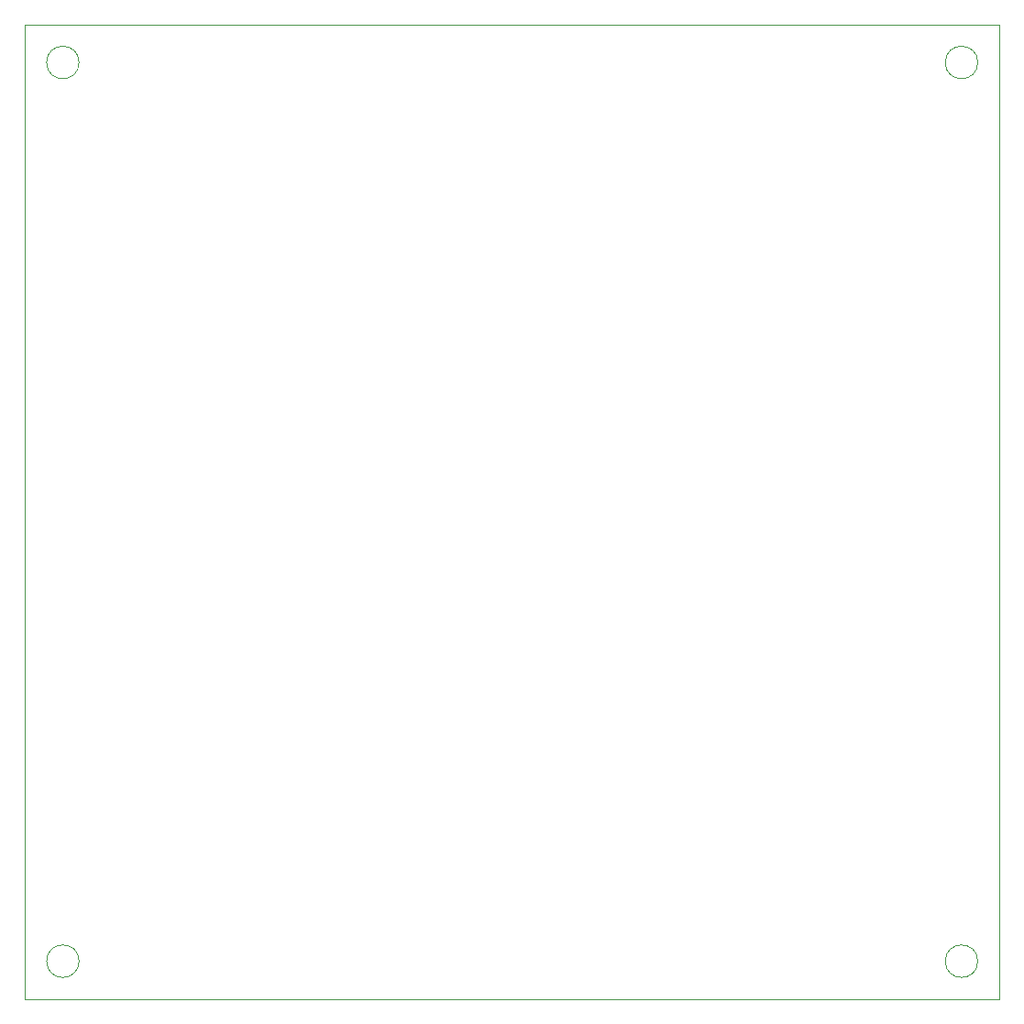
<source format=gbr>
%TF.GenerationSoftware,KiCad,Pcbnew,6.0.5*%
%TF.CreationDate,2022-07-08T15:37:51+02:00*%
%TF.ProjectId,pool_heater,706f6f6c-5f68-4656-9174-65722e6b6963,rev?*%
%TF.SameCoordinates,Original*%
%TF.FileFunction,Profile,NP*%
%FSLAX46Y46*%
G04 Gerber Fmt 4.6, Leading zero omitted, Abs format (unit mm)*
G04 Created by KiCad (PCBNEW 6.0.5) date 2022-07-08 15:37:51*
%MOMM*%
%LPD*%
G01*
G04 APERTURE LIST*
%TA.AperFunction,Profile*%
%ADD10C,0.100000*%
%TD*%
G04 APERTURE END LIST*
D10*
X25000000Y-106500000D02*
G75*
G03*
X25000000Y-106500000I-1500000J0D01*
G01*
X20000000Y-20000000D02*
X110000000Y-20000000D01*
X108000000Y-23500000D02*
G75*
G03*
X108000000Y-23500000I-1500000J0D01*
G01*
X110000000Y-110000000D02*
X20000000Y-110000000D01*
X108000000Y-106500000D02*
G75*
G03*
X108000000Y-106500000I-1500000J0D01*
G01*
X25000000Y-23500000D02*
G75*
G03*
X25000000Y-23500000I-1500000J0D01*
G01*
X20000000Y-110000000D02*
X20000000Y-20000000D01*
X110000000Y-20000000D02*
X110000000Y-110000000D01*
M02*

</source>
